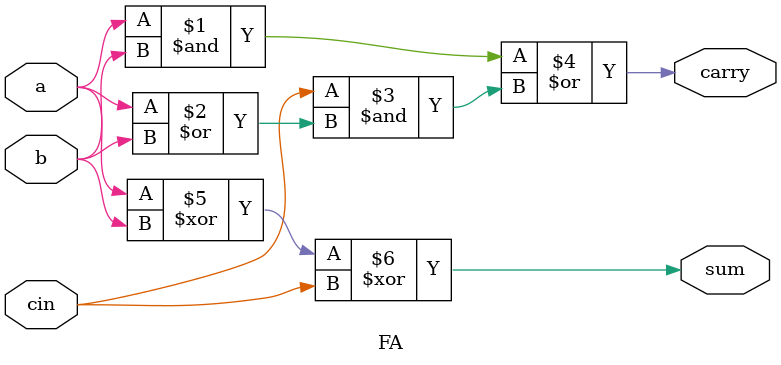
<source format=v>


module FA (output carry, output sum, input a, input b, input cin);

    // instantiating sum and carry primitives
    assign carry = (a & b) | (cin & (a | b));
    assign sum = (a ^ b ^ cin);
endmodule


// primitive carryOut (output Cout, input A, input B, input Cin);

//     // Truth Table for carry out
//     table
//       // A B Cin    Cout
//          1 1  ?   :  1  ;
//          1 ?  1   :  1  ;
//          ? 1  1   :  1  ;
//          0 0  ?   :  0  ;
//          0 ?  0   :  0  ;
//          ? 0  0   :  0  ;
//     endtable
// endprimitive

// primitive sumOut (output sum, input A, input B, input Cin);

//     // Truth Table for sum
//     table
//       // A B Cin    sum
//          1 1  1   :  1  ;
//          1 0  0   :  1  ;
//          0 1  0   :  1  ;
//          0 0  1   :  1  ;
//          0 0  0   :  0  ;
//          0 1  1   :  0  ;
//          1 0  1   :  0  ;
//          1 1  0   :  0  ;
//     endtable
// endprimitive

// module FA(output Cout, output sum, input A, input B, input Cin);

//     // instantiating sum and carry primitives
//     sumOut s(sum, A, B, Cin);
//     carryOut co(Cout, A, B, Cin);
// endmodule


</source>
